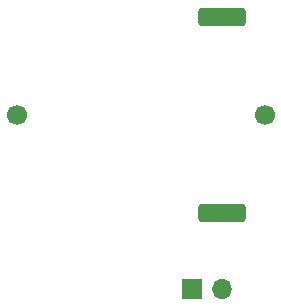
<source format=gbr>
%TF.GenerationSoftware,KiCad,Pcbnew,(6.0.7)*%
%TF.CreationDate,2022-11-28T19:40:44-08:00*%
%TF.ProjectId,as01808ao-enclosure,61733031-3830-4386-916f-2d656e636c6f,rev?*%
%TF.SameCoordinates,Original*%
%TF.FileFunction,Soldermask,Top*%
%TF.FilePolarity,Negative*%
%FSLAX46Y46*%
G04 Gerber Fmt 4.6, Leading zero omitted, Abs format (unit mm)*
G04 Created by KiCad (PCBNEW (6.0.7)) date 2022-11-28 19:40:44*
%MOMM*%
%LPD*%
G01*
G04 APERTURE LIST*
G04 Aperture macros list*
%AMRoundRect*
0 Rectangle with rounded corners*
0 $1 Rounding radius*
0 $2 $3 $4 $5 $6 $7 $8 $9 X,Y pos of 4 corners*
0 Add a 4 corners polygon primitive as box body*
4,1,4,$2,$3,$4,$5,$6,$7,$8,$9,$2,$3,0*
0 Add four circle primitives for the rounded corners*
1,1,$1+$1,$2,$3*
1,1,$1+$1,$4,$5*
1,1,$1+$1,$6,$7*
1,1,$1+$1,$8,$9*
0 Add four rect primitives between the rounded corners*
20,1,$1+$1,$2,$3,$4,$5,0*
20,1,$1+$1,$4,$5,$6,$7,0*
20,1,$1+$1,$6,$7,$8,$9,0*
20,1,$1+$1,$8,$9,$2,$3,0*%
G04 Aperture macros list end*
%ADD10C,1.700000*%
%ADD11RoundRect,0.320000X-1.680000X-0.480000X1.680000X-0.480000X1.680000X0.480000X-1.680000X0.480000X0*%
%ADD12R,1.700000X1.700000*%
%ADD13O,1.700000X1.700000*%
G04 APERTURE END LIST*
D10*
%TO.C,U1*%
X174802800Y-91440000D03*
X153822400Y-91440000D03*
D11*
X171238000Y-83140000D03*
X171238000Y-99740000D03*
%TD*%
D12*
%TO.C,J1*%
X168656000Y-106172000D03*
D13*
X171196000Y-106172000D03*
%TD*%
M02*

</source>
